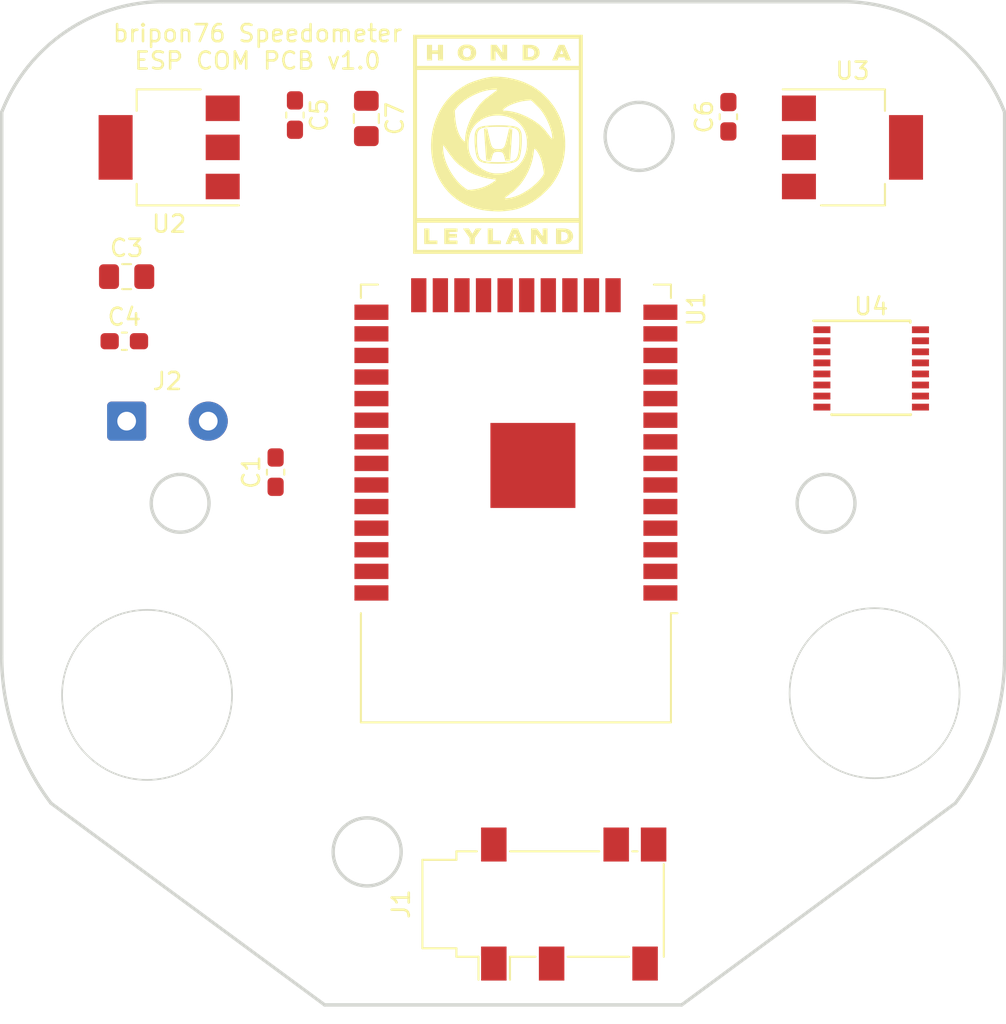
<source format=kicad_pcb>
(kicad_pcb (version 20211014) (generator pcbnew)
  (layers (0 "F.Cu" signal) (31 "B.Cu" signal) (34 "B.Paste" user) (35 "F.Paste" user) (36 "B.SilkS" user "B.Silkscreen") (37 "F.SilkS" user "F.Silkscreen") (38 "B.Mask" user) (39 "F.Mask" user) (44 "Edge.Cuts" user))
  (net 0 "")
  (net 1 "GND")
  (net 10 "+12V")
  (net 11 "+3.3V")
  (net 12 "VCC")
  (footprint "Package_TO_SOT_SMD:SOT-223-3_TabPin2" (layer "F.Cu") (at 172.6 77.5)
    (fp_text reference "U3" (at 0 -4.5) (layer "F.SilkS"))
    (fp_text value "AMS1117-3.3")
    (pad "1" smd rect (at -3.15 -2.3) (size 2 1.5) (layers "F.Cu" "F.Paste" "F.Mask") (net 1 "GND"))
    (pad "2" smd rect (at -3.15 0) (size 2 1.5) (layers "F.Cu" "F.Paste" "F.Mask") (net 11 "+3.3V"))
    (pad "2" smd rect (at 3.15 0) (size 2 3.8) (layers "F.Cu" "F.Paste" "F.Mask") (net 11 "+3.3V"))
    (pad "3" smd rect (at -3.15 2.3) (size 2 1.5) (layers "F.Cu" "F.Paste" "F.Mask") (net 12 "VCC"))
  )
  (footprint "Capacitor_SMD:C_0603_1608Metric_Pad1.08x0.95mm_HandSolder" (layer "F.Cu") (at 139.8 75.6 -90)
    (fp_text reference "C5" (at 0 -1.43 90) (layer "F.SilkS"))
    (fp_text value "100nF")
    (pad "1" smd roundrect (at -0.8625 0 270) (size 1.075 0.95) (layers "F.Cu" "F.Paste" "F.Mask") (net 12 "VCC"))
    (pad "2" smd roundrect (at 0.8625 0 270) (size 1.075 0.95) (layers "F.Cu" "F.Paste" "F.Mask") (net 1 "GND"))
  )
  (footprint "Connector_Wire:SolderWire-0.5sqmm_1x02_P4.8mm_D0.9mm_OD2.3mm" (layer "F.Cu") (at 129.9 93.6)
    (fp_text reference "J2" (at 2.4 -2.35) (layer "F.SilkS"))
    (fp_text value "Voltage In")
    (pad "1" thru_hole roundrect (at 0 0) (size 2.3 2.3) (drill 1.1) (layers *.Cu *.Mask) (roundrect_rratio 0.108696) (net 10 "+12V"))
    (pad "2" thru_hole circle (at 4.8 0) (size 2.3 2.3) (drill 1.1) (layers *.Cu *.Mask) (net 1 "GND"))
  )
  (footprint "Capacitor_SMD:C_0805_2012Metric_Pad1.18x1.45mm_HandSolder" (layer "F.Cu") (at 144 75.8 -90)
    (fp_text reference "C7" (at 0 -1.68 90) (layer "F.SilkS"))
    (fp_text value "10µF")
    (pad "1" smd roundrect (at -1.0375 0 270) (size 1.175 1.45) (layers "F.Cu" "F.Paste" "F.Mask") (roundrect_rratio 0.212766) (net 12 "VCC"))
    (pad "2" smd roundrect (at 1.0375 0 270) (size 1.175 1.45) (layers "F.Cu" "F.Paste" "F.Mask") (roundrect_rratio 0.212766) (net 1 "GND"))
  )
  (footprint "RF_Module:ESP32-WROOM-32" (layer "F.Cu") (at 152.8 95.45 180)
    (fp_text reference "U1" (at -10.61 8.43 90) (layer "F.SilkS"))
    (fp_text value "ESP32-WROOM-32")
    (pad "1" smd rect (at -8.5 -8.255 180) (size 2 0.9) (layers "F.Cu" "F.Paste" "F.Mask") (net 1 "GND"))
    (pad "2" smd rect (at -8.5 -6.985 180) (size 2 0.9) (layers "F.Cu" "F.Paste" "F.Mask") (net 11 "+3.3V"))
    (pad "3" smd rect (at -8.5 -5.715 180) (size 2 0.9) (layers "F.Cu" "F.Paste" "F.Mask"))
    (pad "4" smd rect (at -8.5 -4.445 180) (size 2 0.9) (layers "F.Cu" "F.Paste" "F.Mask"))
    (pad "5" smd rect (at -8.5 -3.175 180) (size 2 0.9) (layers "F.Cu" "F.Paste" "F.Mask"))
    (pad "6" smd rect (at -8.5 -1.905 180) (size 2 0.9) (layers "F.Cu" "F.Paste" "F.Mask"))
    (pad "7" smd rect (at -8.5 -0.635 180) (size 2 0.9) (layers "F.Cu" "F.Paste" "F.Mask"))
    (pad "8" smd rect (at -8.5 0.635 180) (size 2 0.9) (layers "F.Cu" "F.Paste" "F.Mask"))
    (pad "9" smd rect (at -8.5 1.905 180) (size 2 0.9) (layers "F.Cu" "F.Paste" "F.Mask"))
    (pad "10" smd rect (at -8.5 3.175 180) (size 2 0.9) (layers "F.Cu" "F.Paste" "F.Mask"))
    (pad "11" smd rect (at -8.5 4.445 180) (size 2 0.9) (layers "F.Cu" "F.Paste" "F.Mask"))
    (pad "12" smd rect (at -8.5 5.715 180) (size 2 0.9) (layers "F.Cu" "F.Paste" "F.Mask"))
    (pad "13" smd rect (at -8.5 6.985 180) (size 2 0.9) (layers "F.Cu" "F.Paste" "F.Mask"))
    (pad "14" smd rect (at -8.5 8.255 180) (size 2 0.9) (layers "F.Cu" "F.Paste" "F.Mask"))
    (pad "15" smd rect (at -5.715 9.255 270) (size 2 0.9) (layers "F.Cu" "F.Paste" "F.Mask") (net 1 "GND"))
    (pad "16" smd rect (at -4.445 9.255 270) (size 2 0.9) (layers "F.Cu" "F.Paste" "F.Mask"))
    (pad "17" smd rect (at -3.175 9.255 270) (size 2 0.9) (layers "F.Cu" "F.Paste" "F.Mask"))
    (pad "18" smd rect (at -1.905 9.255 270) (size 2 0.9) (layers "F.Cu" "F.Paste" "F.Mask"))
    (pad "19" smd rect (at -0.635 9.255 270) (size 2 0.9) (layers "F.Cu" "F.Paste" "F.Mask"))
    (pad "20" smd rect (at 0.635 9.255 270) (size 2 0.9) (layers "F.Cu" "F.Paste" "F.Mask"))
    (pad "21" smd rect (at 1.905 9.255 270) (size 2 0.9) (layers "F.Cu" "F.Paste" "F.Mask"))
    (pad "22" smd rect (at 3.175 9.255 270) (size 2 0.9) (layers "F.Cu" "F.Paste" "F.Mask"))
    (pad "23" smd rect (at 4.445 9.255 270) (size 2 0.9) (layers "F.Cu" "F.Paste" "F.Mask"))
    (pad "24" smd rect (at 5.715 9.255 270) (size 2 0.9) (layers "F.Cu" "F.Paste" "F.Mask"))
    (pad "25" smd rect (at 8.5 8.255 180) (size 2 0.9) (layers "F.Cu" "F.Paste" "F.Mask"))
    (pad "26" smd rect (at 8.5 6.985 180) (size 2 0.9) (layers "F.Cu" "F.Paste" "F.Mask"))
    (pad "27" smd rect (at 8.5 5.715 180) (size 2 0.9) (layers "F.Cu" "F.Paste" "F.Mask"))
    (pad "28" smd rect (at 8.5 4.445 180) (size 2 0.9) (layers "F.Cu" "F.Paste" "F.Mask"))
    (pad "29" smd rect (at 8.5 3.175 180) (size 2 0.9) (layers "F.Cu" "F.Paste" "F.Mask"))
    (pad "30" smd rect (at 8.5 1.905 180) (size 2 0.9) (layers "F.Cu" "F.Paste" "F.Mask"))
    (pad "31" smd rect (at 8.5 0.635 180) (size 2 0.9) (layers "F.Cu" "F.Paste" "F.Mask"))
    (pad "32" smd rect (at 8.5 -0.635 180) (size 2 0.9) (layers "F.Cu" "F.Paste" "F.Mask"))
    (pad "33" smd rect (at 8.5 -1.905 180) (size 2 0.9) (layers "F.Cu" "F.Paste" "F.Mask"))
    (pad "34" smd rect (at 8.5 -3.175 180) (size 2 0.9) (layers "F.Cu" "F.Paste" "F.Mask"))
    (pad "35" smd rect (at 8.5 -4.445 180) (size 2 0.9) (layers "F.Cu" "F.Paste" "F.Mask"))
    (pad "36" smd rect (at 8.5 -5.715 180) (size 2 0.9) (layers "F.Cu" "F.Paste" "F.Mask"))
    (pad "37" smd rect (at 8.5 -6.985 180) (size 2 0.9) (layers "F.Cu" "F.Paste" "F.Mask"))
    (pad "38" smd rect (at 8.5 -8.255 180) (size 2 0.9) (layers "F.Cu" "F.Paste" "F.Mask") (net 1 "GND"))
    (pad "39" smd rect (at -1 -0.755 180) (size 5 5) (layers "F.Cu" "F.Paste" "F.Mask") (net 1 "GND"))
  )
  (footprint "Package_SO:SSOP-16_4.4x5.2mm_P0.65mm" (layer "F.Cu") (at 173.7 90.5)
    (fp_text reference "U4" (at 0 -3.65) (layer "F.SilkS"))
    (fp_text value "UDA1334ATS")
    (pad "1" smd rect (at -2.9 -2.275) (size 1 0.4) (layers "F.Cu" "F.Paste" "F.Mask"))
    (pad "2" smd rect (at -2.9 -1.625) (size 1 0.4) (layers "F.Cu" "F.Paste" "F.Mask"))
    (pad "3" smd rect (at -2.9 -0.975) (size 1 0.4) (layers "F.Cu" "F.Paste" "F.Mask"))
    (pad "4" smd rect (at -2.9 -0.325) (size 1 0.4) (layers "F.Cu" "F.Paste" "F.Mask"))
    (pad "5" smd rect (at -2.9 0.325) (size 1 0.4) (layers "F.Cu" "F.Paste" "F.Mask") (net 1 "GND"))
    (pad "6" smd rect (at -2.9 0.975) (size 1 0.4) (layers "F.Cu" "F.Paste" "F.Mask") (net 1 "GND"))
    (pad "7" smd rect (at -2.9 1.625) (size 1 0.4) (layers "F.Cu" "F.Paste" "F.Mask") (net 1 "GND"))
    (pad "8" smd rect (at -2.9 2.275) (size 1 0.4) (layers "F.Cu" "F.Paste" "F.Mask") (net 1 "GND"))
    (pad "9" smd rect (at 2.9 2.275) (size 1 0.4) (layers "F.Cu" "F.Paste" "F.Mask"))
    (pad "10" smd rect (at 2.9 1.625) (size 1 0.4) (layers "F.Cu" "F.Paste" "F.Mask") (net 1 "GND"))
    (pad "11" smd rect (at 2.9 0.975) (size 1 0.4) (layers "F.Cu" "F.Paste" "F.Mask") (net 1 "GND"))
    (pad "12" smd rect (at 2.9 0.325) (size 1 0.4) (layers "F.Cu" "F.Paste" "F.Mask"))
    (pad "13" smd rect (at 2.9 -0.325) (size 1 0.4) (layers "F.Cu" "F.Paste" "F.Mask"))
    (pad "14" smd rect (at 2.9 -0.975) (size 1 0.4) (layers "F.Cu" "F.Paste" "F.Mask"))
    (pad "15" smd rect (at 2.9 -1.625) (size 1 0.4) (layers "F.Cu" "F.Paste" "F.Mask") (net 1 "GND"))
    (pad "16" smd rect (at 2.9 -2.275) (size 1 0.4) (layers "F.Cu" "F.Paste" "F.Mask"))
  )
  (footprint "Capacitor_SMD:C_0603_1608Metric_Pad1.08x0.95mm_HandSolder" (layer "F.Cu") (at 165.3 75.7 90)
    (fp_text reference "C6" (at 0 -1.43 90) (layer "F.SilkS"))
    (fp_text value "100nF")
    (pad "1" smd roundrect (at -0.8625 0 90) (size 1.075 0.95) (layers "F.Cu" "F.Paste" "F.Mask") (net 11 "+3.3V"))
    (pad "2" smd roundrect (at 0.8625 0 90) (size 1.075 0.95) (layers "F.Cu" "F.Paste" "F.Mask") (net 1 "GND"))
  )
  (footprint "Capacitor_SMD:C_0805_2012Metric_Pad1.18x1.45mm_HandSolder" (layer "F.Cu") (at 129.9 85.1)
    (fp_text reference "C3" (at 0 -1.68) (layer "F.SilkS"))
    (fp_text value "10µF")
    (pad "1" smd roundrect (at -1.0375 0) (size 1.175 1.45) (layers "F.Cu" "F.Paste" "F.Mask") (roundrect_rratio 0.212766) (net 10 "+12V"))
    (pad "2" smd roundrect (at 1.0375 0) (size 1.175 1.45) (layers "F.Cu" "F.Paste" "F.Mask") (roundrect_rratio 0.212766) (net 1 "GND"))
  )
  (footprint "Capacitor_SMD:C_0603_1608Metric_Pad1.08x0.95mm_HandSolder" (layer "F.Cu") (at 129.7625 88.9)
    (fp_text reference "C4" (at 0 -1.43) (layer "F.SilkS"))
    (fp_text value "100nF")
    (pad "1" smd roundrect (at -0.8625 0) (size 1.075 0.95) (layers "F.Cu" "F.Paste" "F.Mask") (net 10 "+12V"))
    (pad "2" smd roundrect (at 0.8625 0) (size 1.075 0.95) (layers "F.Cu" "F.Paste" "F.Mask") (net 1 "GND"))
  )
  (footprint "Symbol:HondaLeyland Small" (layer "F.Cu") (at 151.749442 77.229991)
    (fp_text reference "G***" hide)
    (fp_text value "LOGO" hide)
  )
  (footprint "Connector_Audio:Jack_3.5mm_PJ311_Horizontal" (layer "F.Cu") (at 156.2 122 90)
    (fp_text reference "J1" (at 0 -10.16 90) (layer "F.SilkS"))
    (fp_text value "AudioJack3_Switch")
    (pad "" np_thru_hole circle (at 0 -4.3 90) (size 1.5 1.5) (drill 1.5) (layers *.Cu *.Mask))
    (pad "" np_thru_hole circle (at 0 2.7 90) (size 1.5 1.5) (drill 1.5) (layers *.Cu *.Mask))
    (pad "1" smd rect (at -3.5 -4.7 90) (size 2 1.5) (layers "F.Cu" "F.Paste" "F.Mask"))
    (pad "2" smd rect (at 3.5 -4.7 90) (size 2 1.5) (layers "F.Cu" "F.Paste" "F.Mask"))
    (pad "3" smd rect (at -3.5 -1.3 90) (size 2 1.5) (layers "F.Cu" "F.Paste" "F.Mask"))
    (pad "4" smd rect (at 3.5 2.5 90) (size 2 1.5) (layers "F.Cu" "F.Paste" "F.Mask"))
    (pad "5" smd rect (at 3.5 4.7 90) (size 2 1.5) (layers "F.Cu" "F.Paste" "F.Mask"))
    (pad "6" smd rect (at -3.5 4.2 90) (size 2 1.5) (layers "F.Cu" "F.Paste" "F.Mask"))
  )
  (footprint "Package_TO_SOT_SMD:SOT-223-3_TabPin2" (layer "F.Cu") (at 132.4 77.5 180)
    (fp_text reference "U2" (at 0 -4.5) (layer "F.SilkS"))
    (fp_text value "AMS1117-5.0")
    (pad "1" smd rect (at -3.15 -2.3 180) (size 2 1.5) (layers "F.Cu" "F.Paste" "F.Mask") (net 1 "GND"))
    (pad "2" smd rect (at 3.15 0 180) (size 2 3.8) (layers "F.Cu" "F.Paste" "F.Mask") (net 12 "VCC"))
    (pad "2" smd rect (at -3.15 0 180) (size 2 1.5) (layers "F.Cu" "F.Paste" "F.Mask") (net 12 "VCC"))
    (pad "3" smd rect (at -3.15 2.3 180) (size 2 1.5) (layers "F.Cu" "F.Paste" "F.Mask") (net 10 "+12V"))
  )
  (footprint "Capacitor_SMD:C_0603_1608Metric_Pad1.08x0.95mm_HandSolder" (layer "F.Cu") (at 138.6625 96.6 90)
    (fp_text reference "C1" (at 0 -1.43 90) (layer "F.SilkS"))
    (fp_text value "0.1uF")
    (pad "1" smd roundrect (at -0.8625 0 90) (size 1.075 0.95) (layers "F.Cu" "F.Paste" "F.Mask") (net 11 "+3.3V"))
    (pad "2" smd roundrect (at 0.8625 0 90) (size 1.075 0.95) (layers "F.Cu" "F.Paste" "F.Mask") (net 1 "GND"))
  )
  (gr_line (start 132.049442 68.931991) (end 172.049442 68.931991) (layer "Edge.Cuts") (width 0.2))
  (gr_line (start 162.549442 127.931991) (end 141.549442 127.931991) (layer "Edge.Cuts") (width 0.2))
  (gr_circle (center 144.049442 118.931991) (end 142.049442 118.931991) (layer "Edge.Cuts") (width 0.2) (fill none))
  (gr_line (start 181.549442 75.431991) (end 181.549442 107.431991) (layer "Edge.Cuts") (width 0.2))
  (gr_line (start 122.549442 107.431991) (end 122.549442 75.431991) (layer "Edge.Cuts") (width 0.2))
  (gr_circle (center 173.9 109.6) (end 178.9 109.6) (layer "Edge.Cuts") (width 0.1) (fill none))
  (gr_line (start 178.650559 116.06801) (end 162.549442 127.931991) (layer "Edge.Cuts") (width 0.2))
  (gr_circle (center 160.049442 76.853702) (end 158.049442 76.853702) (layer "Edge.Cuts") (width 0.2) (fill none))
  (gr_arc (start 125.448325 116.06801) (mid 123.293523 111.986774) (end 122.549442 107.431991) (layer "Edge.Cuts") (width 0.2))
  (gr_arc (start 172.049442 68.931991) (mid 177.804873 70.712514) (end 181.549442 75.431991) (layer "Edge.Cuts") (width 0.2))
  (gr_line (start 141.549442 127.931991) (end 125.448325 116.06801) (layer "Edge.Cuts") (width 0.2))
  (gr_circle (center 131.1 109.7) (end 136.1 109.7) (layer "Edge.Cuts") (width 0.1) (fill none))
  (gr_arc (start 122.549442 75.431991) (mid 126.294008 70.71251) (end 132.049442 68.931991) (layer "Edge.Cuts") (width 0.2))
  (gr_circle (center 171.045697 98.431991) (end 169.345697 98.431991) (layer "Edge.Cuts") (width 0.2) (fill none))
  (gr_arc (start 181.549442 107.431991) (mid 180.805383 111.98678) (end 178.650559 116.06801) (layer "Edge.Cuts") (width 0.2))
  (gr_circle (center 133.045697 98.431991) (end 131.345697 98.431991) (layer "Edge.Cuts") (width 0.2) (fill none))
  (gr_text "bripon76 Speedometer\nESP COM PCB v1.0" (at 137.6 71.6) (layer "F.SilkS") (effects (font (size 1 1))))
)
</source>
